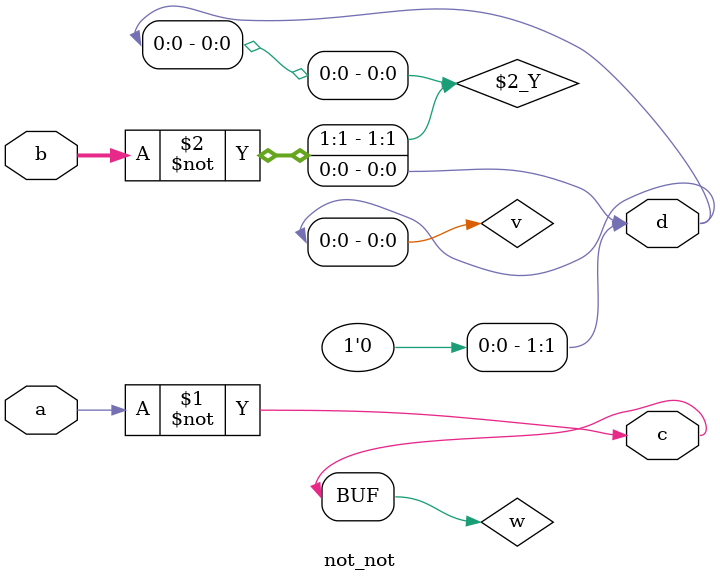
<source format=v>
module not_not (input a,
                input [1:0] b,
                output c,
                output [1:0] d );
    wire w;
    wire v;
    assign w = ~a;
    assign c = w;
    assign v = ~b;
    assign d = v;
endmodule


</source>
